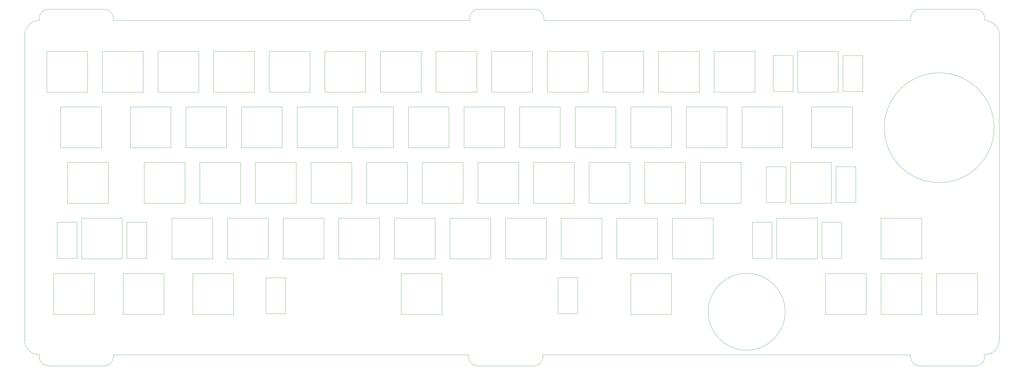
<source format=gbr>
G04 #@! TF.GenerationSoftware,KiCad,Pcbnew,7.0.6*
G04 #@! TF.CreationDate,2023-09-10T15:30:55-07:00*
G04 #@! TF.ProjectId,top plate,746f7020-706c-4617-9465-2e6b69636164,rev?*
G04 #@! TF.SameCoordinates,Original*
G04 #@! TF.FileFunction,Profile,NP*
%FSLAX46Y46*%
G04 Gerber Fmt 4.6, Leading zero omitted, Abs format (unit mm)*
G04 Created by KiCad (PCBNEW 7.0.6) date 2023-09-10 15:30:55*
%MOMM*%
%LPD*%
G01*
G04 APERTURE LIST*
G04 #@! TA.AperFunction,Profile*
%ADD10C,0.100000*%
G04 #@! TD*
G04 #@! TA.AperFunction,Profile*
%ADD11C,0.200000*%
G04 #@! TD*
G04 #@! TA.AperFunction,Profile*
%ADD12C,0.050000*%
G04 #@! TD*
G04 APERTURE END LIST*
D10*
X303140668Y-133008309D02*
X322504130Y-133008309D01*
X178059355Y-136058745D02*
G75*
G03*
X175059430Y-133058745I-2999955J45D01*
G01*
D11*
X147695969Y-139955227D02*
G75*
G03*
X147695969Y-139955227I-1J0D01*
G01*
D10*
X325504091Y-136008309D02*
G75*
G03*
X322504130Y-133008309I-2999991J9D01*
G01*
X152695968Y-251521542D02*
X152695968Y-252319206D01*
X147696058Y-246521542D02*
G75*
G03*
X152695968Y-251521542I4999942J-58D01*
G01*
X303140668Y-133008268D02*
G75*
G03*
X300140668Y-136008309I32J-3000032D01*
G01*
X408205698Y-236794946D02*
G75*
G03*
X408205698Y-236794946I-13194929J0D01*
G01*
X299779909Y-251582337D02*
X178059430Y-251521542D01*
X300140668Y-136805973D02*
X178059430Y-136856409D01*
X325504130Y-136805973D02*
X451182506Y-136856409D01*
X175059430Y-255319230D02*
G75*
G03*
X178059430Y-252319206I-30J3000030D01*
G01*
X476545968Y-136058745D02*
X476545968Y-136856409D01*
X299779909Y-251582337D02*
X299779909Y-252380001D01*
X451182506Y-136856409D02*
X451182506Y-136058745D01*
X155695968Y-133058745D02*
X175059430Y-133058745D01*
X454182506Y-133058806D02*
G75*
G03*
X451182506Y-136058745I-106J-2999894D01*
G01*
X155695968Y-133058668D02*
G75*
G03*
X152695968Y-136058745I-68J-2999932D01*
G01*
X178059430Y-251521542D02*
X178059430Y-252319206D01*
X147695968Y-246521542D02*
X147695968Y-141856409D01*
X299779899Y-252380001D02*
G75*
G03*
X302779909Y-255380001I3000001J1D01*
G01*
X473545968Y-255319168D02*
G75*
G03*
X476545968Y-252319206I32J2999968D01*
G01*
X451182506Y-251521542D02*
X451182506Y-252319206D01*
X454182506Y-255319206D02*
X473545968Y-255319206D01*
D11*
X147695969Y-245205227D02*
G75*
G03*
X147695969Y-245205227I-1J0D01*
G01*
X481545969Y-139955227D02*
G75*
G03*
X481545969Y-139955227I-1J0D01*
G01*
D10*
X325504130Y-136008309D02*
X325504130Y-136805973D01*
X479786848Y-173674768D02*
G75*
G03*
X479786848Y-173674768I-18813556J0D01*
G01*
D11*
X481545969Y-245205227D02*
G75*
G03*
X481545969Y-245205227I-1J0D01*
G01*
D10*
X451182506Y-251521542D02*
X325143371Y-251582337D01*
X451182494Y-252319206D02*
G75*
G03*
X454182506Y-255319206I3000006J6D01*
G01*
X155695968Y-255319206D02*
X175059430Y-255319206D01*
X300140668Y-136805973D02*
X300140668Y-136008309D01*
X481545968Y-141856409D02*
X481545968Y-246521542D01*
X322143371Y-255379971D02*
G75*
G03*
X325143371Y-252380001I29J2999971D01*
G01*
X178059430Y-136058745D02*
X178059430Y-136856409D01*
X476545955Y-136058745D02*
G75*
G03*
X473545968Y-133058745I-2999955J45D01*
G01*
X476545968Y-252319206D02*
X476545968Y-251521542D01*
X476545968Y-251521568D02*
G75*
G03*
X481545968Y-246521542I-68J5000068D01*
G01*
X152695994Y-252319206D02*
G75*
G03*
X155695968Y-255319206I3000006J6D01*
G01*
X330332590Y-225153914D02*
X337083912Y-225153914D01*
X337083912Y-237445042D01*
X330332590Y-237445042D01*
X330332590Y-225153914D01*
X454182506Y-133058745D02*
X473545968Y-133058745D01*
X230331891Y-225171534D02*
X237065927Y-225171534D01*
X237065927Y-237445195D01*
X230331891Y-237445195D01*
X230331891Y-225171534D01*
X152695968Y-136856409D02*
X152695968Y-136058745D01*
X325143371Y-252380001D02*
X325143371Y-251582337D01*
X302779909Y-255380001D02*
X322143371Y-255380001D01*
X152695968Y-136856468D02*
G75*
G03*
X147695968Y-141856409I-68J-4999932D01*
G01*
X481545991Y-141856409D02*
G75*
G03*
X476545968Y-136856409I-4999991J9D01*
G01*
D12*
X226688468Y-185610227D02*
X240638468Y-185610227D01*
X240638468Y-185610227D02*
X240638468Y-199560227D01*
X240638468Y-199560227D02*
X226688468Y-199560227D01*
X226688468Y-199560227D02*
X226688468Y-185610227D01*
X379088468Y-185610227D02*
X393038468Y-185610227D01*
X393038468Y-185610227D02*
X393038468Y-199560227D01*
X393038468Y-199560227D02*
X379088468Y-199560227D01*
X379088468Y-199560227D02*
X379088468Y-185610227D01*
X417188468Y-166560227D02*
X431138468Y-166560227D01*
X431138468Y-166560227D02*
X431138468Y-180510227D01*
X431138468Y-180510227D02*
X417188468Y-180510227D01*
X417188468Y-180510227D02*
X417188468Y-166560227D01*
X412425968Y-147510227D02*
X426375968Y-147510227D01*
X426375968Y-147510227D02*
X426375968Y-161460227D01*
X426375968Y-161460227D02*
X412425968Y-161460227D01*
X412425968Y-161460227D02*
X412425968Y-147510227D01*
X360038468Y-185610227D02*
X373988468Y-185610227D01*
X373988468Y-185610227D02*
X373988468Y-199560227D01*
X373988468Y-199560227D02*
X360038468Y-199560227D01*
X360038468Y-199560227D02*
X360038468Y-185610227D01*
X383850968Y-147510227D02*
X397800968Y-147510227D01*
X397800968Y-147510227D02*
X397800968Y-161460227D01*
X397800968Y-161460227D02*
X383850968Y-161460227D01*
X383850968Y-161460227D02*
X383850968Y-147510227D01*
X236213468Y-204660227D02*
X250163468Y-204660227D01*
X250163468Y-204660227D02*
X250163468Y-218610227D01*
X250163468Y-218610227D02*
X236213468Y-218610227D01*
X236213468Y-218610227D02*
X236213468Y-204660227D01*
X174300968Y-147510227D02*
X188250968Y-147510227D01*
X188250968Y-147510227D02*
X188250968Y-161460227D01*
X188250968Y-161460227D02*
X174300968Y-161460227D01*
X174300968Y-161460227D02*
X174300968Y-147510227D01*
X183825968Y-166560227D02*
X197775968Y-166560227D01*
X197775968Y-166560227D02*
X197775968Y-180510227D01*
X197775968Y-180510227D02*
X183825968Y-180510227D01*
X183825968Y-180510227D02*
X183825968Y-166560227D01*
X160013468Y-166560227D02*
X173963468Y-166560227D01*
X173963468Y-166560227D02*
X173963468Y-180510227D01*
X173963468Y-180510227D02*
X160013468Y-180510227D01*
X160013468Y-180510227D02*
X160013468Y-166560227D01*
X364800968Y-147510227D02*
X378750968Y-147510227D01*
X378750968Y-147510227D02*
X378750968Y-161460227D01*
X378750968Y-161460227D02*
X364800968Y-161460227D01*
X364800968Y-161460227D02*
X364800968Y-147510227D01*
X250500968Y-147510227D02*
X264450968Y-147510227D01*
X264450968Y-147510227D02*
X264450968Y-161460227D01*
X264450968Y-161460227D02*
X250500968Y-161460227D01*
X250500968Y-161460227D02*
X250500968Y-147510227D01*
X276694718Y-223710227D02*
X290644718Y-223710227D01*
X290644718Y-223710227D02*
X290644718Y-237660227D01*
X290644718Y-237660227D02*
X276694718Y-237660227D01*
X276694718Y-237660227D02*
X276694718Y-223710227D01*
X369563468Y-204660227D02*
X383513468Y-204660227D01*
X383513468Y-204660227D02*
X383513468Y-218610227D01*
X383513468Y-218610227D02*
X369563468Y-218610227D01*
X369563468Y-218610227D02*
X369563468Y-204660227D01*
X231450968Y-147510227D02*
X245400968Y-147510227D01*
X245400968Y-147510227D02*
X245400968Y-161460227D01*
X245400968Y-161460227D02*
X231450968Y-161460227D01*
X231450968Y-161460227D02*
X231450968Y-147510227D01*
X193350968Y-147510227D02*
X207300968Y-147510227D01*
X207300968Y-147510227D02*
X207300968Y-161460227D01*
X207300968Y-161460227D02*
X193350968Y-161460227D01*
X193350968Y-161460227D02*
X193350968Y-147510227D01*
X405282218Y-204660227D02*
X419232218Y-204660227D01*
X419232218Y-204660227D02*
X419232218Y-218610227D01*
X419232218Y-218610227D02*
X405282218Y-218610227D01*
X405282218Y-218610227D02*
X405282218Y-204660227D01*
X221925968Y-166560227D02*
X235875968Y-166560227D01*
X235875968Y-166560227D02*
X235875968Y-180510227D01*
X235875968Y-180510227D02*
X221925968Y-180510227D01*
X221925968Y-180510227D02*
X221925968Y-166560227D01*
X420782218Y-206110227D02*
X427552218Y-206110227D01*
X427552218Y-206110227D02*
X427552218Y-218410227D01*
X427552218Y-218410227D02*
X420782218Y-218410227D01*
X420782218Y-218410227D02*
X420782218Y-206110227D01*
X396942218Y-206070227D02*
X403682218Y-206070227D01*
X403682218Y-206070227D02*
X403682218Y-218410227D01*
X403682218Y-218410227D02*
X396942218Y-218410227D01*
X396942218Y-218410227D02*
X396942218Y-206070227D01*
X181444718Y-223710227D02*
X195394718Y-223710227D01*
X195394718Y-223710227D02*
X195394718Y-237660227D01*
X195394718Y-237660227D02*
X181444718Y-237660227D01*
X181444718Y-237660227D02*
X181444718Y-223710227D01*
X427936536Y-148921245D02*
X434706536Y-148921245D01*
X434706536Y-148921245D02*
X434706536Y-161221245D01*
X434706536Y-161221245D02*
X427936536Y-161221245D01*
X427936536Y-161221245D02*
X427936536Y-148921245D01*
X404096536Y-148881245D02*
X410836536Y-148881245D01*
X410836536Y-148881245D02*
X410836536Y-161221245D01*
X410836536Y-161221245D02*
X404096536Y-161221245D01*
X404096536Y-161221245D02*
X404096536Y-148881245D01*
X421950968Y-223710227D02*
X435900968Y-223710227D01*
X435900968Y-223710227D02*
X435900968Y-237660227D01*
X435900968Y-237660227D02*
X421950968Y-237660227D01*
X421950968Y-237660227D02*
X421950968Y-223710227D01*
X331463468Y-204660227D02*
X345413468Y-204660227D01*
X345413468Y-204660227D02*
X345413468Y-218610227D01*
X345413468Y-218610227D02*
X331463468Y-218610227D01*
X331463468Y-218610227D02*
X331463468Y-204660227D01*
X157632218Y-223710227D02*
X171582218Y-223710227D01*
X171582218Y-223710227D02*
X171582218Y-237660227D01*
X171582218Y-237660227D02*
X157632218Y-237660227D01*
X157632218Y-237660227D02*
X157632218Y-223710227D01*
X240975968Y-166560227D02*
X254925968Y-166560227D01*
X254925968Y-166560227D02*
X254925968Y-180510227D01*
X254925968Y-180510227D02*
X240975968Y-180510227D01*
X240975968Y-180510227D02*
X240975968Y-166560227D01*
X202875968Y-166560227D02*
X216825968Y-166560227D01*
X216825968Y-166560227D02*
X216825968Y-180510227D01*
X216825968Y-180510227D02*
X202875968Y-180510227D01*
X202875968Y-180510227D02*
X202875968Y-166560227D01*
X460050968Y-223710227D02*
X474000968Y-223710227D01*
X474000968Y-223710227D02*
X474000968Y-237660227D01*
X474000968Y-237660227D02*
X460050968Y-237660227D01*
X460050968Y-237660227D02*
X460050968Y-223710227D01*
X198113468Y-204660227D02*
X212063468Y-204660227D01*
X212063468Y-204660227D02*
X212063468Y-218610227D01*
X212063468Y-218610227D02*
X198113468Y-218610227D01*
X198113468Y-218610227D02*
X198113468Y-204660227D01*
X441000968Y-204660227D02*
X454950968Y-204660227D01*
X454950968Y-204660227D02*
X454950968Y-218610227D01*
X454950968Y-218610227D02*
X441000968Y-218610227D01*
X441000968Y-218610227D02*
X441000968Y-204660227D01*
X255263468Y-204660227D02*
X269213468Y-204660227D01*
X269213468Y-204660227D02*
X269213468Y-218610227D01*
X269213468Y-218610227D02*
X255263468Y-218610227D01*
X255263468Y-218610227D02*
X255263468Y-204660227D01*
X264788468Y-185610227D02*
X278738468Y-185610227D01*
X278738468Y-185610227D02*
X278738468Y-199560227D01*
X278738468Y-199560227D02*
X264788468Y-199560227D01*
X264788468Y-199560227D02*
X264788468Y-185610227D01*
X283838468Y-185610227D02*
X297788468Y-185610227D01*
X297788468Y-185610227D02*
X297788468Y-199560227D01*
X297788468Y-199560227D02*
X283838468Y-199560227D01*
X283838468Y-199560227D02*
X283838468Y-185610227D01*
X212400968Y-147510227D02*
X226350968Y-147510227D01*
X226350968Y-147510227D02*
X226350968Y-161460227D01*
X226350968Y-161460227D02*
X212400968Y-161460227D01*
X212400968Y-161460227D02*
X212400968Y-147510227D01*
X321938468Y-185610227D02*
X335888468Y-185610227D01*
X335888468Y-185610227D02*
X335888468Y-199560227D01*
X335888468Y-199560227D02*
X321938468Y-199560227D01*
X321938468Y-199560227D02*
X321938468Y-185610227D01*
X298125968Y-166560227D02*
X312075968Y-166560227D01*
X312075968Y-166560227D02*
X312075968Y-180510227D01*
X312075968Y-180510227D02*
X298125968Y-180510227D01*
X298125968Y-180510227D02*
X298125968Y-166560227D01*
X374325968Y-166560227D02*
X388275968Y-166560227D01*
X388275968Y-166560227D02*
X388275968Y-180510227D01*
X388275968Y-180510227D02*
X374325968Y-180510227D01*
X374325968Y-180510227D02*
X374325968Y-166560227D01*
X317175968Y-166560227D02*
X331125968Y-166560227D01*
X331125968Y-166560227D02*
X331125968Y-180510227D01*
X331125968Y-180510227D02*
X317175968Y-180510227D01*
X317175968Y-180510227D02*
X317175968Y-166560227D01*
X288600968Y-147510227D02*
X302550968Y-147510227D01*
X302550968Y-147510227D02*
X302550968Y-161460227D01*
X302550968Y-161460227D02*
X288600968Y-161460227D01*
X288600968Y-161460227D02*
X288600968Y-147510227D01*
X302888468Y-185610227D02*
X316838468Y-185610227D01*
X316838468Y-185610227D02*
X316838468Y-199560227D01*
X316838468Y-199560227D02*
X302888468Y-199560227D01*
X302888468Y-199560227D02*
X302888468Y-185610227D01*
X245738468Y-185610227D02*
X259688468Y-185610227D01*
X259688468Y-185610227D02*
X259688468Y-199560227D01*
X259688468Y-199560227D02*
X245738468Y-199560227D01*
X245738468Y-199560227D02*
X245738468Y-185610227D01*
X312413468Y-204660227D02*
X326363468Y-204660227D01*
X326363468Y-204660227D02*
X326363468Y-218610227D01*
X326363468Y-218610227D02*
X312413468Y-218610227D01*
X312413468Y-218610227D02*
X312413468Y-204660227D01*
X441000968Y-223710227D02*
X454950968Y-223710227D01*
X454950968Y-223710227D02*
X454950968Y-237660227D01*
X454950968Y-237660227D02*
X441000968Y-237660227D01*
X441000968Y-237660227D02*
X441000968Y-223710227D01*
X167157218Y-204660227D02*
X181107218Y-204660227D01*
X181107218Y-204660227D02*
X181107218Y-218610227D01*
X181107218Y-218610227D02*
X167157218Y-218610227D01*
X167157218Y-218610227D02*
X167157218Y-204660227D01*
X345750968Y-147510227D02*
X359700968Y-147510227D01*
X359700968Y-147510227D02*
X359700968Y-161460227D01*
X359700968Y-161460227D02*
X345750968Y-161460227D01*
X345750968Y-161460227D02*
X345750968Y-147510227D01*
X350513468Y-204660227D02*
X364463468Y-204660227D01*
X364463468Y-204660227D02*
X364463468Y-218610227D01*
X364463468Y-218610227D02*
X350513468Y-218610227D01*
X350513468Y-218610227D02*
X350513468Y-204660227D01*
X326700968Y-147510227D02*
X340650968Y-147510227D01*
X340650968Y-147510227D02*
X340650968Y-161460227D01*
X340650968Y-161460227D02*
X326700968Y-161460227D01*
X326700968Y-161460227D02*
X326700968Y-147510227D01*
X410044718Y-185610227D02*
X423994718Y-185610227D01*
X423994718Y-185610227D02*
X423994718Y-199560227D01*
X423994718Y-199560227D02*
X410044718Y-199560227D01*
X410044718Y-199560227D02*
X410044718Y-185610227D01*
X217163468Y-204660227D02*
X231113468Y-204660227D01*
X231113468Y-204660227D02*
X231113468Y-218610227D01*
X231113468Y-218610227D02*
X217163468Y-218610227D01*
X217163468Y-218610227D02*
X217163468Y-204660227D01*
X355275968Y-223710227D02*
X369225968Y-223710227D01*
X369225968Y-223710227D02*
X369225968Y-237660227D01*
X369225968Y-237660227D02*
X355275968Y-237660227D01*
X355275968Y-237660227D02*
X355275968Y-223710227D01*
X307650968Y-147510227D02*
X321600968Y-147510227D01*
X321600968Y-147510227D02*
X321600968Y-161460227D01*
X321600968Y-161460227D02*
X307650968Y-161460227D01*
X307650968Y-161460227D02*
X307650968Y-147510227D01*
X162394718Y-185610227D02*
X176344718Y-185610227D01*
X176344718Y-185610227D02*
X176344718Y-199560227D01*
X176344718Y-199560227D02*
X162394718Y-199560227D01*
X162394718Y-199560227D02*
X162394718Y-185610227D01*
X188588468Y-185610227D02*
X202538468Y-185610227D01*
X202538468Y-185610227D02*
X202538468Y-199560227D01*
X202538468Y-199560227D02*
X188588468Y-199560227D01*
X188588468Y-199560227D02*
X188588468Y-185610227D01*
X155250968Y-147510227D02*
X169200968Y-147510227D01*
X169200968Y-147510227D02*
X169200968Y-161460227D01*
X169200968Y-161460227D02*
X155250968Y-161460227D01*
X155250968Y-161460227D02*
X155250968Y-147510227D01*
X260025968Y-166560227D02*
X273975968Y-166560227D01*
X273975968Y-166560227D02*
X273975968Y-180510227D01*
X273975968Y-180510227D02*
X260025968Y-180510227D01*
X260025968Y-180510227D02*
X260025968Y-166560227D01*
X279075968Y-166560227D02*
X293025968Y-166560227D01*
X293025968Y-166560227D02*
X293025968Y-180510227D01*
X293025968Y-180510227D02*
X279075968Y-180510227D01*
X279075968Y-180510227D02*
X279075968Y-166560227D01*
X205257218Y-223710227D02*
X219207218Y-223710227D01*
X219207218Y-223710227D02*
X219207218Y-237660227D01*
X219207218Y-237660227D02*
X205257218Y-237660227D01*
X205257218Y-237660227D02*
X205257218Y-223710227D01*
X336225968Y-166560227D02*
X350175968Y-166560227D01*
X350175968Y-166560227D02*
X350175968Y-180510227D01*
X350175968Y-180510227D02*
X336225968Y-180510227D01*
X336225968Y-180510227D02*
X336225968Y-166560227D01*
X355275968Y-166560227D02*
X369225968Y-166560227D01*
X369225968Y-166560227D02*
X369225968Y-180510227D01*
X369225968Y-180510227D02*
X355275968Y-180510227D01*
X355275968Y-180510227D02*
X355275968Y-166560227D01*
X293363468Y-204660227D02*
X307313468Y-204660227D01*
X307313468Y-204660227D02*
X307313468Y-218610227D01*
X307313468Y-218610227D02*
X293363468Y-218610227D01*
X293363468Y-218610227D02*
X293363468Y-204660227D01*
X182657218Y-206110227D02*
X189427218Y-206110227D01*
X189427218Y-206110227D02*
X189427218Y-218410227D01*
X189427218Y-218410227D02*
X182657218Y-218410227D01*
X182657218Y-218410227D02*
X182657218Y-206110227D01*
X158817218Y-206070227D02*
X165557218Y-206070227D01*
X165557218Y-206070227D02*
X165557218Y-218410227D01*
X165557218Y-218410227D02*
X158817218Y-218410227D01*
X158817218Y-218410227D02*
X158817218Y-206070227D01*
X340988468Y-185610227D02*
X354938468Y-185610227D01*
X354938468Y-185610227D02*
X354938468Y-199560227D01*
X354938468Y-199560227D02*
X340988468Y-199560227D01*
X340988468Y-199560227D02*
X340988468Y-185610227D01*
X393375968Y-166560227D02*
X407325968Y-166560227D01*
X407325968Y-166560227D02*
X407325968Y-180510227D01*
X407325968Y-180510227D02*
X393375968Y-180510227D01*
X393375968Y-180510227D02*
X393375968Y-166560227D01*
X207638468Y-185610227D02*
X221588468Y-185610227D01*
X221588468Y-185610227D02*
X221588468Y-199560227D01*
X221588468Y-199560227D02*
X207638468Y-199560227D01*
X207638468Y-199560227D02*
X207638468Y-185610227D01*
X269550968Y-147510227D02*
X283500968Y-147510227D01*
X283500968Y-147510227D02*
X283500968Y-161460227D01*
X283500968Y-161460227D02*
X269550968Y-161460227D01*
X269550968Y-161460227D02*
X269550968Y-147510227D01*
X274313468Y-204660227D02*
X288263468Y-204660227D01*
X288263468Y-204660227D02*
X288263468Y-218610227D01*
X288263468Y-218610227D02*
X274313468Y-218610227D01*
X274313468Y-218610227D02*
X274313468Y-204660227D01*
X425560439Y-187049951D02*
X432330439Y-187049951D01*
X432330439Y-187049951D02*
X432330439Y-199349951D01*
X432330439Y-199349951D02*
X425560439Y-199349951D01*
X425560439Y-199349951D02*
X425560439Y-187049951D01*
X401720439Y-187009951D02*
X408460439Y-187009951D01*
X408460439Y-187009951D02*
X408460439Y-199349951D01*
X408460439Y-199349951D02*
X401720439Y-199349951D01*
X401720439Y-199349951D02*
X401720439Y-187009951D01*
M02*

</source>
